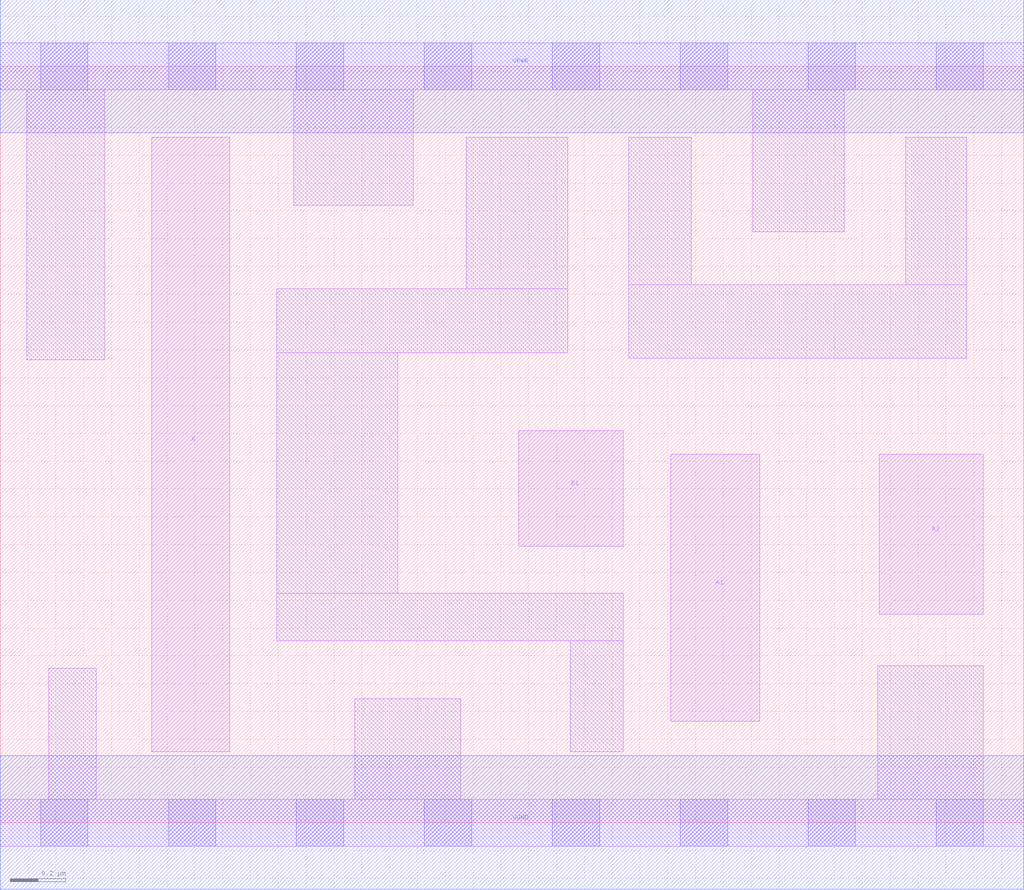
<source format=lef>
# Copyright 2020 The SkyWater PDK Authors
#
# Licensed under the Apache License, Version 2.0 (the "License");
# you may not use this file except in compliance with the License.
# You may obtain a copy of the License at
#
#     https://www.apache.org/licenses/LICENSE-2.0
#
# Unless required by applicable law or agreed to in writing, software
# distributed under the License is distributed on an "AS IS" BASIS,
# WITHOUT WARRANTIES OR CONDITIONS OF ANY KIND, either express or implied.
# See the License for the specific language governing permissions and
# limitations under the License.
#
# SPDX-License-Identifier: Apache-2.0

VERSION 5.7 ;
  NAMESCASESENSITIVE ON ;
  NOWIREEXTENSIONATPIN ON ;
  DIVIDERCHAR "/" ;
  BUSBITCHARS "[]" ;
UNITS
  DATABASE MICRONS 200 ;
END UNITS
PROPERTYDEFINITIONS
  MACRO maskLayoutSubType STRING ;
  MACRO prCellType STRING ;
  MACRO originalViewName STRING ;
END PROPERTYDEFINITIONS
MACRO sky130_fd_sc_hdll__a21o_2
  CLASS CORE ;
  FOREIGN sky130_fd_sc_hdll__a21o_2 ;
  ORIGIN  0.000000  0.000000 ;
  SIZE  3.680000 BY  2.720000 ;
  SYMMETRY X Y R90 ;
  SITE unithd ;
  PIN A1
    ANTENNAGATEAREA  0.277500 ;
    DIRECTION INPUT ;
    USE SIGNAL ;
    PORT
      LAYER li1 ;
        RECT 2.410000 0.365000 2.730000 1.325000 ;
    END
  END A1
  PIN A2
    ANTENNAGATEAREA  0.277500 ;
    DIRECTION INPUT ;
    USE SIGNAL ;
    PORT
      LAYER li1 ;
        RECT 3.160000 0.750000 3.535000 1.325000 ;
    END
  END A2
  PIN B1
    ANTENNAGATEAREA  0.277500 ;
    DIRECTION INPUT ;
    USE SIGNAL ;
    PORT
      LAYER li1 ;
        RECT 1.865000 0.995000 2.240000 1.410000 ;
    END
  END B1
  PIN X
    ANTENNADIFFAREA  0.629500 ;
    DIRECTION OUTPUT ;
    USE SIGNAL ;
    PORT
      LAYER li1 ;
        RECT 0.545000 0.255000 0.825000 2.465000 ;
    END
  END X
  PIN VGND
    DIRECTION INOUT ;
    USE GROUND ;
    PORT
      LAYER met1 ;
        RECT 0.000000 -0.240000 3.680000 0.240000 ;
    END
  END VGND
  PIN VPWR
    DIRECTION INOUT ;
    USE POWER ;
    PORT
      LAYER met1 ;
        RECT 0.000000 2.480000 3.680000 2.960000 ;
    END
  END VPWR
  OBS
    LAYER li1 ;
      RECT 0.000000 -0.085000 3.680000 0.085000 ;
      RECT 0.000000  2.635000 3.680000 2.805000 ;
      RECT 0.095000  1.665000 0.375000 2.635000 ;
      RECT 0.175000  0.085000 0.345000 0.555000 ;
      RECT 0.995000  0.655000 2.240000 0.825000 ;
      RECT 0.995000  0.825000 1.430000 1.690000 ;
      RECT 0.995000  1.690000 2.040000 1.920000 ;
      RECT 1.055000  2.220000 1.485000 2.635000 ;
      RECT 1.275000  0.085000 1.655000 0.445000 ;
      RECT 1.675000  1.920000 2.040000 2.465000 ;
      RECT 2.050000  0.255000 2.240000 0.655000 ;
      RECT 2.260000  1.670000 3.475000 1.935000 ;
      RECT 2.260000  1.935000 2.485000 2.465000 ;
      RECT 2.705000  2.125000 3.035000 2.635000 ;
      RECT 3.155000  0.085000 3.535000 0.565000 ;
      RECT 3.255000  1.935000 3.475000 2.465000 ;
    LAYER mcon ;
      RECT 0.145000 -0.085000 0.315000 0.085000 ;
      RECT 0.145000  2.635000 0.315000 2.805000 ;
      RECT 0.605000 -0.085000 0.775000 0.085000 ;
      RECT 0.605000  2.635000 0.775000 2.805000 ;
      RECT 1.065000 -0.085000 1.235000 0.085000 ;
      RECT 1.065000  2.635000 1.235000 2.805000 ;
      RECT 1.525000 -0.085000 1.695000 0.085000 ;
      RECT 1.525000  2.635000 1.695000 2.805000 ;
      RECT 1.985000 -0.085000 2.155000 0.085000 ;
      RECT 1.985000  2.635000 2.155000 2.805000 ;
      RECT 2.445000 -0.085000 2.615000 0.085000 ;
      RECT 2.445000  2.635000 2.615000 2.805000 ;
      RECT 2.905000 -0.085000 3.075000 0.085000 ;
      RECT 2.905000  2.635000 3.075000 2.805000 ;
      RECT 3.365000 -0.085000 3.535000 0.085000 ;
      RECT 3.365000  2.635000 3.535000 2.805000 ;
  END
  PROPERTY maskLayoutSubType "abstract" ;
  PROPERTY prCellType "standard" ;
  PROPERTY originalViewName "layout" ;
END sky130_fd_sc_hdll__a21o_2
END LIBRARY

</source>
